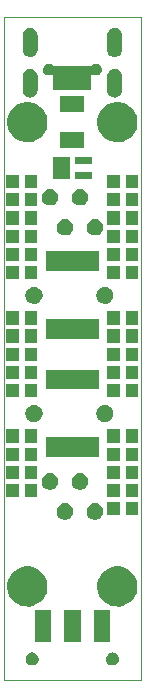
<source format=gbr>
G04 #@! TF.FileFunction,Soldermask,Top*
%FSLAX46Y46*%
G04 Gerber Fmt 4.6, Leading zero omitted, Abs format (unit mm)*
G04 Created by KiCad (PCBNEW (after 2015-mar-04 BZR unknown)-product) date 5/23/2015 12:04:12 AM*
%MOMM*%
G01*
G04 APERTURE LIST*
%ADD10C,0.100000*%
%ADD11C,0.050000*%
G04 APERTURE END LIST*
D10*
D11*
X1149600Y1307800D02*
X12769600Y1307800D01*
X12769600Y1307800D02*
X12769600Y57457500D01*
X1149600Y57457500D02*
X12769600Y57457500D01*
X1149600Y1307800D02*
X1149600Y57457500D01*
D10*
G36*
X2414600Y42977500D02*
X1374600Y42977500D01*
X1374600Y44107500D01*
X2414600Y44107500D01*
X2414600Y42977500D01*
X2414600Y42977500D01*
G37*
G36*
X2414600Y41407500D02*
X1374600Y41407500D01*
X1374600Y42537500D01*
X2414600Y42537500D01*
X2414600Y41407500D01*
X2414600Y41407500D01*
G37*
G36*
X2414600Y39867500D02*
X1374600Y39867500D01*
X1374600Y40997500D01*
X2414600Y40997500D01*
X2414600Y39867500D01*
X2414600Y39867500D01*
G37*
G36*
X2414600Y38327500D02*
X1374600Y38327500D01*
X1374600Y39457500D01*
X2414600Y39457500D01*
X2414600Y38327500D01*
X2414600Y38327500D01*
G37*
G36*
X2414600Y36787500D02*
X1374600Y36787500D01*
X1374600Y37917500D01*
X2414600Y37917500D01*
X2414600Y36787500D01*
X2414600Y36787500D01*
G37*
G36*
X2414600Y35247500D02*
X1374600Y35247500D01*
X1374600Y36377500D01*
X2414600Y36377500D01*
X2414600Y35247500D01*
X2414600Y35247500D01*
G37*
G36*
X2414600Y31407500D02*
X1374600Y31407500D01*
X1374600Y32537500D01*
X2414600Y32537500D01*
X2414600Y31407500D01*
X2414600Y31407500D01*
G37*
G36*
X2414600Y29867500D02*
X1374600Y29867500D01*
X1374600Y30997500D01*
X2414600Y30997500D01*
X2414600Y29867500D01*
X2414600Y29867500D01*
G37*
G36*
X2414600Y28327500D02*
X1374600Y28327500D01*
X1374600Y29457500D01*
X2414600Y29457500D01*
X2414600Y28327500D01*
X2414600Y28327500D01*
G37*
G36*
X2414600Y26787500D02*
X1374600Y26787500D01*
X1374600Y27917500D01*
X2414600Y27917500D01*
X2414600Y26787500D01*
X2414600Y26787500D01*
G37*
G36*
X2414600Y25247500D02*
X1374600Y25247500D01*
X1374600Y26377500D01*
X2414600Y26377500D01*
X2414600Y25247500D01*
X2414600Y25247500D01*
G37*
G36*
X2414600Y21407500D02*
X1374600Y21407500D01*
X1374600Y22537500D01*
X2414600Y22537500D01*
X2414600Y21407500D01*
X2414600Y21407500D01*
G37*
G36*
X2414600Y19867500D02*
X1374600Y19867500D01*
X1374600Y20997500D01*
X2414600Y20997500D01*
X2414600Y19867500D01*
X2414600Y19867500D01*
G37*
G36*
X2414600Y18327500D02*
X1374600Y18327500D01*
X1374600Y19457500D01*
X2414600Y19457500D01*
X2414600Y18327500D01*
X2414600Y18327500D01*
G37*
G36*
X2414600Y16787500D02*
X1374600Y16787500D01*
X1374600Y17917500D01*
X2414600Y17917500D01*
X2414600Y16787500D01*
X2414600Y16787500D01*
G37*
G36*
X4004600Y42977500D02*
X2964600Y42977500D01*
X2964600Y44107500D01*
X4004600Y44107500D01*
X4004600Y42977500D01*
X4004600Y42977500D01*
G37*
G36*
X4004600Y41407500D02*
X2964600Y41407500D01*
X2964600Y42537500D01*
X4004600Y42537500D01*
X4004600Y41407500D01*
X4004600Y41407500D01*
G37*
G36*
X4004600Y39867500D02*
X2964600Y39867500D01*
X2964600Y40997500D01*
X4004600Y40997500D01*
X4004600Y39867500D01*
X4004600Y39867500D01*
G37*
G36*
X4004600Y38327500D02*
X2964600Y38327500D01*
X2964600Y39457500D01*
X4004600Y39457500D01*
X4004600Y38327500D01*
X4004600Y38327500D01*
G37*
G36*
X4004600Y36787500D02*
X2964600Y36787500D01*
X2964600Y37917500D01*
X4004600Y37917500D01*
X4004600Y36787500D01*
X4004600Y36787500D01*
G37*
G36*
X4004600Y35247500D02*
X2964600Y35247500D01*
X2964600Y36377500D01*
X4004600Y36377500D01*
X4004600Y35247500D01*
X4004600Y35247500D01*
G37*
G36*
X4004600Y31407500D02*
X2964600Y31407500D01*
X2964600Y32537500D01*
X4004600Y32537500D01*
X4004600Y31407500D01*
X4004600Y31407500D01*
G37*
G36*
X4004600Y29867500D02*
X2964600Y29867500D01*
X2964600Y30997500D01*
X4004600Y30997500D01*
X4004600Y29867500D01*
X4004600Y29867500D01*
G37*
G36*
X4004600Y28327500D02*
X2964600Y28327500D01*
X2964600Y29457500D01*
X4004600Y29457500D01*
X4004600Y28327500D01*
X4004600Y28327500D01*
G37*
G36*
X4004600Y26787500D02*
X2964600Y26787500D01*
X2964600Y27917500D01*
X4004600Y27917500D01*
X4004600Y26787500D01*
X4004600Y26787500D01*
G37*
G36*
X4004600Y25247500D02*
X2964600Y25247500D01*
X2964600Y26377500D01*
X4004600Y26377500D01*
X4004600Y25247500D01*
X4004600Y25247500D01*
G37*
G36*
X4004600Y21407500D02*
X2964600Y21407500D01*
X2964600Y22537500D01*
X4004600Y22537500D01*
X4004600Y21407500D01*
X4004600Y21407500D01*
G37*
G36*
X4004600Y19867500D02*
X2964600Y19867500D01*
X2964600Y20997500D01*
X4004600Y20997500D01*
X4004600Y19867500D01*
X4004600Y19867500D01*
G37*
G36*
X4004600Y18327500D02*
X2964600Y18327500D01*
X2964600Y19457500D01*
X4004600Y19457500D01*
X4004600Y18327500D01*
X4004600Y18327500D01*
G37*
G36*
X4004600Y16787500D02*
X2964600Y16787500D01*
X2964600Y17917500D01*
X4004600Y17917500D01*
X4004600Y16787500D01*
X4004600Y16787500D01*
G37*
G36*
X4009600Y54701538D02*
X4009570Y54697319D01*
X4009553Y54694870D01*
X4009539Y54692847D01*
X3995942Y54571628D01*
X3959060Y54455359D01*
X3900296Y54348469D01*
X3821890Y54255028D01*
X3726827Y54178595D01*
X3618729Y54122083D01*
X3501713Y54087643D01*
X3501679Y54087640D01*
X3501666Y54087636D01*
X3380240Y54076585D01*
X3258974Y54089332D01*
X3258969Y54089334D01*
X3258926Y54089338D01*
X3142403Y54125409D01*
X3035104Y54183425D01*
X2941118Y54261177D01*
X2864024Y54355703D01*
X2806759Y54463404D01*
X2771503Y54580177D01*
X2759600Y54701573D01*
X2759600Y54703772D01*
X2759600Y55913427D01*
X2759600Y55913462D01*
X2759629Y55917682D01*
X2759661Y55922153D01*
X2773258Y56043372D01*
X2810140Y56159641D01*
X2868904Y56266531D01*
X2947310Y56359972D01*
X3042373Y56436405D01*
X3150471Y56492917D01*
X3267487Y56527357D01*
X3267520Y56527361D01*
X3267534Y56527364D01*
X3388960Y56538415D01*
X3510226Y56525668D01*
X3510230Y56525667D01*
X3510274Y56525662D01*
X3626797Y56489591D01*
X3734096Y56431575D01*
X3828082Y56353823D01*
X3905176Y56259297D01*
X3962441Y56151596D01*
X3997697Y56034823D01*
X4009600Y55913427D01*
X4009600Y55911228D01*
X4009600Y54701573D01*
X4009600Y54701538D01*
X4009600Y54701538D01*
G37*
G36*
X4009600Y51251538D02*
X4009570Y51247319D01*
X4009553Y51244870D01*
X4009539Y51242847D01*
X3995942Y51121628D01*
X3959060Y51005359D01*
X3900296Y50898469D01*
X3821890Y50805028D01*
X3726827Y50728595D01*
X3618729Y50672083D01*
X3501713Y50637643D01*
X3501679Y50637640D01*
X3501666Y50637636D01*
X3380240Y50626585D01*
X3258974Y50639332D01*
X3258969Y50639334D01*
X3258926Y50639338D01*
X3142403Y50675409D01*
X3035104Y50733425D01*
X2941118Y50811177D01*
X2864024Y50905703D01*
X2806759Y51013404D01*
X2771503Y51130177D01*
X2759600Y51251573D01*
X2759600Y51253772D01*
X2759600Y52463427D01*
X2759600Y52463462D01*
X2759629Y52467682D01*
X2759661Y52472153D01*
X2773258Y52593372D01*
X2810140Y52709641D01*
X2868904Y52816531D01*
X2947310Y52909972D01*
X3042373Y52986405D01*
X3150471Y53042917D01*
X3267487Y53077357D01*
X3267520Y53077361D01*
X3267534Y53077364D01*
X3388960Y53088415D01*
X3510226Y53075668D01*
X3510230Y53075667D01*
X3510274Y53075662D01*
X3626797Y53039591D01*
X3734096Y52981575D01*
X3828082Y52903823D01*
X3905176Y52809297D01*
X3962441Y52701596D01*
X3997697Y52584823D01*
X4009600Y52463427D01*
X4009600Y52461228D01*
X4009600Y51251573D01*
X4009600Y51251538D01*
X4009600Y51251538D01*
G37*
G36*
X4109623Y3161730D02*
X4107903Y3038533D01*
X4107827Y3038200D01*
X4107827Y3038188D01*
X4084009Y2933353D01*
X4040138Y2834817D01*
X3977965Y2746680D01*
X3899850Y2672293D01*
X3808784Y2614500D01*
X3708222Y2575494D01*
X3602002Y2556766D01*
X3494165Y2559024D01*
X3388816Y2582187D01*
X3289981Y2625367D01*
X3201406Y2686928D01*
X3126481Y2764515D01*
X3068052Y2855178D01*
X3028346Y2955463D01*
X3008874Y3061557D01*
X3010381Y3169406D01*
X3032805Y3274907D01*
X3075298Y3374048D01*
X3136236Y3463045D01*
X3213301Y3538513D01*
X3303553Y3597573D01*
X3403560Y3637978D01*
X3509507Y3658189D01*
X3617369Y3657435D01*
X3723028Y3635746D01*
X3822458Y3593950D01*
X3911883Y3533633D01*
X3987882Y3457100D01*
X4047575Y3367257D01*
X4088674Y3267541D01*
X4109558Y3162074D01*
X4109557Y3162060D01*
X4109623Y3161730D01*
X4109623Y3161730D01*
G37*
G36*
X4434631Y33963590D02*
X4432363Y33801194D01*
X4432287Y33800861D01*
X4432287Y33800848D01*
X4400867Y33662548D01*
X4343036Y33532659D01*
X4261080Y33416478D01*
X4158112Y33318424D01*
X4038070Y33242243D01*
X3905510Y33190825D01*
X3765493Y33166137D01*
X3623344Y33169114D01*
X3484474Y33199647D01*
X3354189Y33256567D01*
X3237439Y33337711D01*
X3138670Y33439989D01*
X3061652Y33559497D01*
X3009311Y33691693D01*
X2983644Y33831543D01*
X2985630Y33973707D01*
X3015190Y34112778D01*
X3071202Y34243463D01*
X3151529Y34360777D01*
X3253114Y34460257D01*
X3372084Y34538109D01*
X3503912Y34591371D01*
X3643570Y34618012D01*
X3785750Y34617019D01*
X3925028Y34588429D01*
X4056095Y34533333D01*
X4173972Y34453825D01*
X4274156Y34352939D01*
X4352836Y34234516D01*
X4407017Y34103064D01*
X4434565Y33963935D01*
X4434564Y33963925D01*
X4434631Y33963590D01*
X4434631Y33963590D01*
G37*
G36*
X4434631Y23963590D02*
X4432363Y23801194D01*
X4432287Y23800861D01*
X4432287Y23800848D01*
X4400867Y23662548D01*
X4343036Y23532659D01*
X4261080Y23416478D01*
X4158112Y23318424D01*
X4038070Y23242243D01*
X3905510Y23190825D01*
X3765493Y23166137D01*
X3623344Y23169114D01*
X3484474Y23199647D01*
X3354189Y23256567D01*
X3237439Y23337711D01*
X3138670Y23439989D01*
X3061652Y23559497D01*
X3009311Y23691693D01*
X2983644Y23831543D01*
X2985630Y23973707D01*
X3015190Y24112778D01*
X3071202Y24243463D01*
X3151529Y24360777D01*
X3253114Y24460257D01*
X3372084Y24538109D01*
X3503912Y24591371D01*
X3643570Y24618012D01*
X3785750Y24617019D01*
X3925028Y24588429D01*
X4056095Y24533333D01*
X4173972Y24453825D01*
X4274156Y24352939D01*
X4352836Y24234516D01*
X4407017Y24103064D01*
X4434565Y23963935D01*
X4434564Y23963925D01*
X4434631Y23963590D01*
X4434631Y23963590D01*
G37*
G36*
X4849673Y48709194D02*
X4844356Y48328403D01*
X4844280Y48328070D01*
X4844280Y48328057D01*
X4770498Y48003301D01*
X4634896Y47698735D01*
X4442722Y47426310D01*
X4201287Y47196395D01*
X3919803Y47017760D01*
X3608976Y46897197D01*
X3280656Y46839307D01*
X2947341Y46846288D01*
X2621725Y46917880D01*
X2316224Y47051349D01*
X2042464Y47241618D01*
X1810871Y47481440D01*
X1630275Y47761670D01*
X1507546Y48071647D01*
X1447362Y48399562D01*
X1452018Y48732916D01*
X1521332Y49059015D01*
X1652669Y49365445D01*
X1841021Y49640527D01*
X2079219Y49873789D01*
X2358185Y50056339D01*
X2667297Y50181228D01*
X2994776Y50243698D01*
X3328158Y50241370D01*
X3654738Y50174332D01*
X3962073Y50045141D01*
X4238465Y49858713D01*
X4473383Y49622148D01*
X4657877Y49344464D01*
X4784920Y49036234D01*
X4849608Y48709537D01*
X4849607Y48709524D01*
X4849673Y48709194D01*
X4849673Y48709194D01*
G37*
G36*
X4849673Y9409194D02*
X4844356Y9028403D01*
X4844280Y9028070D01*
X4844280Y9028057D01*
X4770498Y8703301D01*
X4634896Y8398735D01*
X4442722Y8126310D01*
X4201287Y7896395D01*
X3919803Y7717760D01*
X3608976Y7597197D01*
X3280656Y7539307D01*
X2947341Y7546288D01*
X2621725Y7617880D01*
X2316224Y7751349D01*
X2042464Y7941618D01*
X1810871Y8181440D01*
X1630275Y8461670D01*
X1507546Y8771647D01*
X1447362Y9099562D01*
X1452018Y9432916D01*
X1521332Y9759015D01*
X1652669Y10065445D01*
X1841021Y10340527D01*
X2079219Y10573789D01*
X2358185Y10756339D01*
X2667297Y10881228D01*
X2994776Y10943698D01*
X3328158Y10941370D01*
X3654738Y10874332D01*
X3962073Y10745141D01*
X4238465Y10558713D01*
X4473383Y10322148D01*
X4657877Y10044464D01*
X4784920Y9736234D01*
X4849608Y9409537D01*
X4849607Y9409524D01*
X4849673Y9409194D01*
X4849673Y9409194D01*
G37*
G36*
X5159600Y4507800D02*
X3759600Y4507800D01*
X3759600Y7207800D01*
X5159600Y7207800D01*
X5159600Y4507800D01*
X5159600Y4507800D01*
G37*
G36*
X5754630Y42261139D02*
X5752441Y42104342D01*
X5752364Y42104004D01*
X5752364Y42103996D01*
X5722030Y41970478D01*
X5666194Y41845067D01*
X5587063Y41732892D01*
X5487646Y41638219D01*
X5371743Y41564665D01*
X5243756Y41515022D01*
X5108565Y41491184D01*
X4971318Y41494058D01*
X4837240Y41523538D01*
X4711444Y41578497D01*
X4598720Y41656842D01*
X4503357Y41755593D01*
X4428995Y41870980D01*
X4378459Y41998618D01*
X4353678Y42133645D01*
X4355595Y42270908D01*
X4384135Y42405181D01*
X4438215Y42531358D01*
X4515777Y42644634D01*
X4613852Y42740678D01*
X4728723Y42815847D01*
X4856004Y42867272D01*
X4990847Y42892994D01*
X5128124Y42892036D01*
X5262599Y42864432D01*
X5389147Y42811236D01*
X5502959Y42734469D01*
X5599689Y42637062D01*
X5675655Y42522722D01*
X5727968Y42395804D01*
X5754564Y42261483D01*
X5754563Y42261474D01*
X5754630Y42261139D01*
X5754630Y42261139D01*
G37*
G36*
X5754630Y18201139D02*
X5752441Y18044342D01*
X5752364Y18044004D01*
X5752364Y18043996D01*
X5722030Y17910478D01*
X5666194Y17785067D01*
X5587063Y17672892D01*
X5487646Y17578219D01*
X5371743Y17504665D01*
X5243756Y17455022D01*
X5108565Y17431184D01*
X4971318Y17434058D01*
X4837240Y17463538D01*
X4711444Y17518497D01*
X4598720Y17596842D01*
X4503357Y17695593D01*
X4428995Y17810980D01*
X4378459Y17938618D01*
X4353678Y18073645D01*
X4355595Y18210908D01*
X4384135Y18345181D01*
X4438215Y18471358D01*
X4515777Y18584634D01*
X4613852Y18680678D01*
X4728723Y18755847D01*
X4856004Y18807272D01*
X4990847Y18832994D01*
X5128124Y18832036D01*
X5262599Y18804432D01*
X5389147Y18751236D01*
X5502959Y18674469D01*
X5599689Y18577062D01*
X5675655Y18462722D01*
X5727968Y18335804D01*
X5754564Y18201483D01*
X5754563Y18201474D01*
X5754630Y18201139D01*
X5754630Y18201139D01*
G37*
G36*
X6734600Y43692500D02*
X5304600Y43692500D01*
X5304600Y44292500D01*
X5304600Y44342500D01*
X5304600Y44942500D01*
X5304600Y44992500D01*
X5304600Y45592500D01*
X6734600Y45592500D01*
X6734600Y44992500D01*
X6734600Y44942500D01*
X6734600Y44342500D01*
X6734600Y44292500D01*
X6734600Y43692500D01*
X6734600Y43692500D01*
G37*
G36*
X7024630Y39721139D02*
X7022441Y39564342D01*
X7022364Y39564004D01*
X7022364Y39563996D01*
X6992030Y39430478D01*
X6936194Y39305067D01*
X6857063Y39192892D01*
X6757646Y39098219D01*
X6641743Y39024665D01*
X6513756Y38975022D01*
X6378565Y38951184D01*
X6241318Y38954058D01*
X6107240Y38983538D01*
X5981444Y39038497D01*
X5868720Y39116842D01*
X5773357Y39215593D01*
X5698995Y39330980D01*
X5648459Y39458618D01*
X5623678Y39593645D01*
X5625595Y39730908D01*
X5654135Y39865181D01*
X5708215Y39991358D01*
X5785777Y40104634D01*
X5883852Y40200678D01*
X5998723Y40275847D01*
X6126004Y40327272D01*
X6260847Y40352994D01*
X6398124Y40352036D01*
X6532599Y40324432D01*
X6659147Y40271236D01*
X6772959Y40194469D01*
X6869689Y40097062D01*
X6945655Y39982722D01*
X6997968Y39855804D01*
X7024564Y39721483D01*
X7024563Y39721474D01*
X7024630Y39721139D01*
X7024630Y39721139D01*
G37*
G36*
X7024630Y15661139D02*
X7022441Y15504342D01*
X7022364Y15504004D01*
X7022364Y15503996D01*
X6992030Y15370478D01*
X6936194Y15245067D01*
X6857063Y15132892D01*
X6757646Y15038219D01*
X6641743Y14964665D01*
X6513756Y14915022D01*
X6378565Y14891184D01*
X6241318Y14894058D01*
X6107240Y14923538D01*
X5981444Y14978497D01*
X5868720Y15056842D01*
X5773357Y15155593D01*
X5698995Y15270980D01*
X5648459Y15398618D01*
X5623678Y15533645D01*
X5625595Y15670908D01*
X5654135Y15805181D01*
X5708215Y15931358D01*
X5785777Y16044634D01*
X5883852Y16140678D01*
X5998723Y16215847D01*
X6126004Y16267272D01*
X6260847Y16292994D01*
X6398124Y16292036D01*
X6532599Y16264432D01*
X6659147Y16211236D01*
X6772959Y16134469D01*
X6869689Y16037062D01*
X6945655Y15922722D01*
X6997968Y15795804D01*
X7024564Y15661483D01*
X7024563Y15661474D01*
X7024630Y15661139D01*
X7024630Y15661139D01*
G37*
G36*
X7659600Y4507800D02*
X6259600Y4507800D01*
X6259600Y7207800D01*
X7659600Y7207800D01*
X7659600Y4507800D01*
X7659600Y4507800D01*
G37*
G36*
X7969600Y49377500D02*
X5949600Y49377500D01*
X5949600Y50747500D01*
X7969600Y50747500D01*
X7969600Y49377500D01*
X7969600Y49377500D01*
G37*
G36*
X7969600Y46337500D02*
X5949600Y46337500D01*
X5949600Y47707500D01*
X7969600Y47707500D01*
X7969600Y46337500D01*
X7969600Y46337500D01*
G37*
G36*
X8294630Y42261139D02*
X8292441Y42104342D01*
X8292364Y42104004D01*
X8292364Y42103996D01*
X8262030Y41970478D01*
X8206194Y41845067D01*
X8127063Y41732892D01*
X8027646Y41638219D01*
X7911743Y41564665D01*
X7783756Y41515022D01*
X7648565Y41491184D01*
X7511318Y41494058D01*
X7377240Y41523538D01*
X7251444Y41578497D01*
X7138720Y41656842D01*
X7043357Y41755593D01*
X6968995Y41870980D01*
X6918459Y41998618D01*
X6893678Y42133645D01*
X6895595Y42270908D01*
X6924135Y42405181D01*
X6978215Y42531358D01*
X7055777Y42644634D01*
X7153852Y42740678D01*
X7268723Y42815847D01*
X7396004Y42867272D01*
X7530847Y42892994D01*
X7668124Y42892036D01*
X7802599Y42864432D01*
X7929147Y42811236D01*
X8042959Y42734469D01*
X8139689Y42637062D01*
X8215655Y42522722D01*
X8267968Y42395804D01*
X8294564Y42261483D01*
X8294563Y42261474D01*
X8294630Y42261139D01*
X8294630Y42261139D01*
G37*
G36*
X8294630Y18201139D02*
X8292441Y18044342D01*
X8292364Y18044004D01*
X8292364Y18043996D01*
X8262030Y17910478D01*
X8206194Y17785067D01*
X8127063Y17672892D01*
X8027646Y17578219D01*
X7911743Y17504665D01*
X7783756Y17455022D01*
X7648565Y17431184D01*
X7511318Y17434058D01*
X7377240Y17463538D01*
X7251444Y17518497D01*
X7138720Y17596842D01*
X7043357Y17695593D01*
X6968995Y17810980D01*
X6918459Y17938618D01*
X6893678Y18073645D01*
X6895595Y18210908D01*
X6924135Y18345181D01*
X6978215Y18471358D01*
X7055777Y18584634D01*
X7153852Y18680678D01*
X7268723Y18755847D01*
X7396004Y18807272D01*
X7530847Y18832994D01*
X7668124Y18832036D01*
X7802599Y18804432D01*
X7929147Y18751236D01*
X8042959Y18674469D01*
X8139689Y18577062D01*
X8215655Y18462722D01*
X8267968Y18335804D01*
X8294564Y18201483D01*
X8294563Y18201474D01*
X8294630Y18201139D01*
X8294630Y18201139D01*
G37*
G36*
X8614600Y44992500D02*
X7184600Y44992500D01*
X7184600Y45592500D01*
X8614600Y45592500D01*
X8614600Y44992500D01*
X8614600Y44992500D01*
G37*
G36*
X8614600Y43692500D02*
X7184600Y43692500D01*
X7184600Y44292500D01*
X8614600Y44292500D01*
X8614600Y43692500D01*
X8614600Y43692500D01*
G37*
G36*
X9214600Y35927500D02*
X8604600Y35927500D01*
X8564600Y35927500D01*
X7954600Y35927500D01*
X7914600Y35927500D01*
X7304600Y35927500D01*
X7264600Y35927500D01*
X6654600Y35927500D01*
X6614600Y35927500D01*
X6004600Y35927500D01*
X5964600Y35927500D01*
X5354600Y35927500D01*
X5314600Y35927500D01*
X4704600Y35927500D01*
X4704600Y37597500D01*
X5314600Y37597500D01*
X5354600Y37597500D01*
X5964600Y37597500D01*
X6004600Y37597500D01*
X6614600Y37597500D01*
X6654600Y37597500D01*
X7264600Y37597500D01*
X7304600Y37597500D01*
X7914600Y37597500D01*
X7954600Y37597500D01*
X8564600Y37597500D01*
X8604600Y37597500D01*
X9214600Y37597500D01*
X9214600Y35927500D01*
X9214600Y35927500D01*
G37*
G36*
X9214600Y30187500D02*
X8604600Y30187500D01*
X8564600Y30187500D01*
X7954600Y30187500D01*
X7914600Y30187500D01*
X7304600Y30187500D01*
X7264600Y30187500D01*
X6654600Y30187500D01*
X6614600Y30187500D01*
X6004600Y30187500D01*
X5964600Y30187500D01*
X5354600Y30187500D01*
X5314600Y30187500D01*
X4704600Y30187500D01*
X4704600Y31857500D01*
X5314600Y31857500D01*
X5354600Y31857500D01*
X5964600Y31857500D01*
X6004600Y31857500D01*
X6614600Y31857500D01*
X6654600Y31857500D01*
X7264600Y31857500D01*
X7304600Y31857500D01*
X7914600Y31857500D01*
X7954600Y31857500D01*
X8564600Y31857500D01*
X8604600Y31857500D01*
X9214600Y31857500D01*
X9214600Y30187500D01*
X9214600Y30187500D01*
G37*
G36*
X9214600Y25927500D02*
X8604600Y25927500D01*
X8564600Y25927500D01*
X7954600Y25927500D01*
X7914600Y25927500D01*
X7304600Y25927500D01*
X7264600Y25927500D01*
X6654600Y25927500D01*
X6614600Y25927500D01*
X6004600Y25927500D01*
X5964600Y25927500D01*
X5354600Y25927500D01*
X5314600Y25927500D01*
X4704600Y25927500D01*
X4704600Y27597500D01*
X5314600Y27597500D01*
X5354600Y27597500D01*
X5964600Y27597500D01*
X6004600Y27597500D01*
X6614600Y27597500D01*
X6654600Y27597500D01*
X7264600Y27597500D01*
X7304600Y27597500D01*
X7914600Y27597500D01*
X7954600Y27597500D01*
X8564600Y27597500D01*
X8604600Y27597500D01*
X9214600Y27597500D01*
X9214600Y25927500D01*
X9214600Y25927500D01*
G37*
G36*
X9214600Y20187500D02*
X8604600Y20187500D01*
X8564600Y20187500D01*
X7954600Y20187500D01*
X7914600Y20187500D01*
X7304600Y20187500D01*
X7264600Y20187500D01*
X6654600Y20187500D01*
X6614600Y20187500D01*
X6004600Y20187500D01*
X5964600Y20187500D01*
X5354600Y20187500D01*
X5314600Y20187500D01*
X4704600Y20187500D01*
X4704600Y21857500D01*
X5314600Y21857500D01*
X5354600Y21857500D01*
X5964600Y21857500D01*
X6004600Y21857500D01*
X6614600Y21857500D01*
X6654600Y21857500D01*
X7264600Y21857500D01*
X7304600Y21857500D01*
X7914600Y21857500D01*
X7954600Y21857500D01*
X8564600Y21857500D01*
X8604600Y21857500D01*
X9214600Y21857500D01*
X9214600Y20187500D01*
X9214600Y20187500D01*
G37*
G36*
X9459621Y53056528D02*
X9458057Y52944530D01*
X9457981Y52944197D01*
X9457981Y52944184D01*
X9436337Y52848913D01*
X9396452Y52759332D01*
X9339934Y52679211D01*
X9268921Y52611587D01*
X9186127Y52559045D01*
X9094710Y52523587D01*
X8998147Y52506560D01*
X8900114Y52508613D01*
X8804341Y52529670D01*
X8714488Y52568926D01*
X8638136Y52621992D01*
X8619909Y52629861D01*
X8600057Y52630016D01*
X8581709Y52622433D01*
X8567759Y52608309D01*
X8559600Y52580935D01*
X8559600Y51257500D01*
X7959600Y51257500D01*
X7909600Y51257500D01*
X7309600Y51257500D01*
X7259600Y51257500D01*
X6659600Y51257500D01*
X6609600Y51257500D01*
X6009600Y51257500D01*
X5959600Y51257500D01*
X5359600Y51257500D01*
X5359600Y52581280D01*
X5355659Y52600737D01*
X5344456Y52617127D01*
X5327759Y52627866D01*
X5308198Y52631260D01*
X5288859Y52626775D01*
X5275119Y52617488D01*
X5268924Y52611589D01*
X5268920Y52611588D01*
X5186127Y52559045D01*
X5094710Y52523587D01*
X4998147Y52506560D01*
X4900114Y52508613D01*
X4804341Y52529670D01*
X4714489Y52568926D01*
X4633970Y52624887D01*
X4565854Y52695424D01*
X4512739Y52777842D01*
X4476642Y52869012D01*
X4458940Y52965462D01*
X4460310Y53063505D01*
X4480696Y53159415D01*
X4519325Y53249543D01*
X4574723Y53330450D01*
X4644783Y53399058D01*
X4726830Y53452748D01*
X4817746Y53489480D01*
X4914061Y53507853D01*
X5012117Y53507168D01*
X5108171Y53487451D01*
X5198565Y53449453D01*
X5279852Y53394625D01*
X5351705Y53322268D01*
X5368212Y53311239D01*
X5387184Y53307500D01*
X5959600Y53307500D01*
X6009600Y53307500D01*
X6609600Y53307500D01*
X6659600Y53307500D01*
X7259600Y53307500D01*
X7309600Y53307500D01*
X7909600Y53307500D01*
X7959600Y53307500D01*
X8532646Y53307500D01*
X8552103Y53311441D01*
X8571198Y53327042D01*
X8571220Y53327020D01*
X8571469Y53327263D01*
X8573900Y53329250D01*
X8574720Y53330447D01*
X8644783Y53399058D01*
X8726830Y53452748D01*
X8817746Y53489480D01*
X8914061Y53507853D01*
X9012117Y53507168D01*
X9108171Y53487451D01*
X9198565Y53449453D01*
X9279855Y53394623D01*
X9348948Y53325046D01*
X9403214Y53243370D01*
X9440576Y53152720D01*
X9440576Y53152715D01*
X9459555Y53056871D01*
X9459554Y53056862D01*
X9459621Y53056528D01*
X9459621Y53056528D01*
G37*
G36*
X9564630Y39721139D02*
X9562441Y39564342D01*
X9562364Y39564004D01*
X9562364Y39563996D01*
X9532030Y39430478D01*
X9476194Y39305067D01*
X9397063Y39192892D01*
X9297646Y39098219D01*
X9181743Y39024665D01*
X9053756Y38975022D01*
X8918565Y38951184D01*
X8781318Y38954058D01*
X8647240Y38983538D01*
X8521444Y39038497D01*
X8408720Y39116842D01*
X8313357Y39215593D01*
X8238995Y39330980D01*
X8188459Y39458618D01*
X8163678Y39593645D01*
X8165595Y39730908D01*
X8194135Y39865181D01*
X8248215Y39991358D01*
X8325777Y40104634D01*
X8423852Y40200678D01*
X8538723Y40275847D01*
X8666004Y40327272D01*
X8800847Y40352994D01*
X8938124Y40352036D01*
X9072599Y40324432D01*
X9199147Y40271236D01*
X9312959Y40194469D01*
X9409689Y40097062D01*
X9485655Y39982722D01*
X9537968Y39855804D01*
X9564564Y39721483D01*
X9564563Y39721474D01*
X9564630Y39721139D01*
X9564630Y39721139D01*
G37*
G36*
X9564630Y15661139D02*
X9562441Y15504342D01*
X9562364Y15504004D01*
X9562364Y15503996D01*
X9532030Y15370478D01*
X9476194Y15245067D01*
X9397063Y15132892D01*
X9297646Y15038219D01*
X9181743Y14964665D01*
X9053756Y14915022D01*
X8918565Y14891184D01*
X8781318Y14894058D01*
X8647240Y14923538D01*
X8521444Y14978497D01*
X8408720Y15056842D01*
X8313357Y15155593D01*
X8238995Y15270980D01*
X8188459Y15398618D01*
X8163678Y15533645D01*
X8165595Y15670908D01*
X8194135Y15805181D01*
X8248215Y15931358D01*
X8325777Y16044634D01*
X8423852Y16140678D01*
X8538723Y16215847D01*
X8666004Y16267272D01*
X8800847Y16292994D01*
X8938124Y16292036D01*
X9072599Y16264432D01*
X9199147Y16211236D01*
X9312959Y16134469D01*
X9409689Y16037062D01*
X9485655Y15922722D01*
X9537968Y15795804D01*
X9564564Y15661483D01*
X9564563Y15661474D01*
X9564630Y15661139D01*
X9564630Y15661139D01*
G37*
G36*
X10159600Y4507800D02*
X8759600Y4507800D01*
X8759600Y7207800D01*
X10159600Y7207800D01*
X10159600Y4507800D01*
X10159600Y4507800D01*
G37*
G36*
X10434631Y33963590D02*
X10432363Y33801194D01*
X10432287Y33800861D01*
X10432287Y33800848D01*
X10400867Y33662548D01*
X10343036Y33532659D01*
X10261080Y33416478D01*
X10158112Y33318424D01*
X10038070Y33242243D01*
X9905510Y33190825D01*
X9765493Y33166137D01*
X9623344Y33169114D01*
X9484474Y33199647D01*
X9354189Y33256567D01*
X9237439Y33337711D01*
X9138670Y33439989D01*
X9061652Y33559497D01*
X9009311Y33691693D01*
X8983644Y33831543D01*
X8985630Y33973707D01*
X9015190Y34112778D01*
X9071202Y34243463D01*
X9151529Y34360777D01*
X9253114Y34460257D01*
X9372084Y34538109D01*
X9503912Y34591371D01*
X9643570Y34618012D01*
X9785750Y34617019D01*
X9925028Y34588429D01*
X10056095Y34533333D01*
X10173972Y34453825D01*
X10274156Y34352939D01*
X10352836Y34234516D01*
X10407017Y34103064D01*
X10434565Y33963935D01*
X10434564Y33963925D01*
X10434631Y33963590D01*
X10434631Y33963590D01*
G37*
G36*
X10434631Y23963590D02*
X10432363Y23801194D01*
X10432287Y23800861D01*
X10432287Y23800848D01*
X10400867Y23662548D01*
X10343036Y23532659D01*
X10261080Y23416478D01*
X10158112Y23318424D01*
X10038070Y23242243D01*
X9905510Y23190825D01*
X9765493Y23166137D01*
X9623344Y23169114D01*
X9484474Y23199647D01*
X9354189Y23256567D01*
X9237439Y23337711D01*
X9138670Y23439989D01*
X9061652Y23559497D01*
X9009311Y23691693D01*
X8983644Y23831543D01*
X8985630Y23973707D01*
X9015190Y24112778D01*
X9071202Y24243463D01*
X9151529Y24360777D01*
X9253114Y24460257D01*
X9372084Y24538109D01*
X9503912Y24591371D01*
X9643570Y24618012D01*
X9785750Y24617019D01*
X9925028Y24588429D01*
X10056095Y24533333D01*
X10173972Y24453825D01*
X10274156Y24352939D01*
X10352836Y24234516D01*
X10407017Y24103064D01*
X10434565Y23963935D01*
X10434564Y23963925D01*
X10434631Y23963590D01*
X10434631Y23963590D01*
G37*
G36*
X10909623Y3161730D02*
X10907903Y3038533D01*
X10907827Y3038200D01*
X10907827Y3038188D01*
X10884009Y2933353D01*
X10840138Y2834817D01*
X10777965Y2746680D01*
X10699850Y2672293D01*
X10608784Y2614500D01*
X10508222Y2575494D01*
X10402002Y2556766D01*
X10294165Y2559024D01*
X10188816Y2582187D01*
X10089981Y2625367D01*
X10001406Y2686928D01*
X9926481Y2764515D01*
X9868052Y2855178D01*
X9828346Y2955463D01*
X9808874Y3061557D01*
X9810381Y3169406D01*
X9832805Y3274907D01*
X9875298Y3374048D01*
X9936236Y3463045D01*
X10013301Y3538513D01*
X10103553Y3597573D01*
X10203560Y3637978D01*
X10309507Y3658189D01*
X10417369Y3657435D01*
X10523028Y3635746D01*
X10622458Y3593950D01*
X10711883Y3533633D01*
X10787882Y3457100D01*
X10847575Y3367257D01*
X10888674Y3267541D01*
X10909558Y3162074D01*
X10909557Y3162060D01*
X10909623Y3161730D01*
X10909623Y3161730D01*
G37*
G36*
X10954600Y42977500D02*
X9914600Y42977500D01*
X9914600Y44107500D01*
X10954600Y44107500D01*
X10954600Y42977500D01*
X10954600Y42977500D01*
G37*
G36*
X10954600Y41407500D02*
X9914600Y41407500D01*
X9914600Y42537500D01*
X10954600Y42537500D01*
X10954600Y41407500D01*
X10954600Y41407500D01*
G37*
G36*
X10954600Y39867500D02*
X9914600Y39867500D01*
X9914600Y40997500D01*
X10954600Y40997500D01*
X10954600Y39867500D01*
X10954600Y39867500D01*
G37*
G36*
X10954600Y38327500D02*
X9914600Y38327500D01*
X9914600Y39457500D01*
X10954600Y39457500D01*
X10954600Y38327500D01*
X10954600Y38327500D01*
G37*
G36*
X10954600Y36787500D02*
X9914600Y36787500D01*
X9914600Y37917500D01*
X10954600Y37917500D01*
X10954600Y36787500D01*
X10954600Y36787500D01*
G37*
G36*
X10954600Y35247500D02*
X9914600Y35247500D01*
X9914600Y36377500D01*
X10954600Y36377500D01*
X10954600Y35247500D01*
X10954600Y35247500D01*
G37*
G36*
X10954600Y31407500D02*
X9914600Y31407500D01*
X9914600Y32537500D01*
X10954600Y32537500D01*
X10954600Y31407500D01*
X10954600Y31407500D01*
G37*
G36*
X10954600Y29867500D02*
X9914600Y29867500D01*
X9914600Y30997500D01*
X10954600Y30997500D01*
X10954600Y29867500D01*
X10954600Y29867500D01*
G37*
G36*
X10954600Y28327500D02*
X9914600Y28327500D01*
X9914600Y29457500D01*
X10954600Y29457500D01*
X10954600Y28327500D01*
X10954600Y28327500D01*
G37*
G36*
X10954600Y26787500D02*
X9914600Y26787500D01*
X9914600Y27917500D01*
X10954600Y27917500D01*
X10954600Y26787500D01*
X10954600Y26787500D01*
G37*
G36*
X10954600Y25247500D02*
X9914600Y25247500D01*
X9914600Y26377500D01*
X10954600Y26377500D01*
X10954600Y25247500D01*
X10954600Y25247500D01*
G37*
G36*
X10954600Y21407500D02*
X9914600Y21407500D01*
X9914600Y22537500D01*
X10954600Y22537500D01*
X10954600Y21407500D01*
X10954600Y21407500D01*
G37*
G36*
X10954600Y19867500D02*
X9914600Y19867500D01*
X9914600Y20997500D01*
X10954600Y20997500D01*
X10954600Y19867500D01*
X10954600Y19867500D01*
G37*
G36*
X10954600Y18327500D02*
X9914600Y18327500D01*
X9914600Y19457500D01*
X10954600Y19457500D01*
X10954600Y18327500D01*
X10954600Y18327500D01*
G37*
G36*
X10954600Y16787500D02*
X9914600Y16787500D01*
X9914600Y17917500D01*
X10954600Y17917500D01*
X10954600Y16787500D01*
X10954600Y16787500D01*
G37*
G36*
X10954600Y15247500D02*
X9914600Y15247500D01*
X9914600Y16377500D01*
X10954600Y16377500D01*
X10954600Y15247500D01*
X10954600Y15247500D01*
G37*
G36*
X11159600Y54701538D02*
X11159570Y54697319D01*
X11159553Y54694870D01*
X11159539Y54692847D01*
X11145942Y54571628D01*
X11109060Y54455359D01*
X11050296Y54348469D01*
X10971890Y54255028D01*
X10876827Y54178595D01*
X10768729Y54122083D01*
X10651713Y54087643D01*
X10651679Y54087640D01*
X10651666Y54087636D01*
X10530240Y54076585D01*
X10408974Y54089332D01*
X10408969Y54089334D01*
X10408926Y54089338D01*
X10292403Y54125409D01*
X10185104Y54183425D01*
X10091118Y54261177D01*
X10014024Y54355703D01*
X9956759Y54463404D01*
X9921503Y54580177D01*
X9909600Y54701573D01*
X9909600Y54703772D01*
X9909600Y55913427D01*
X9909600Y55913462D01*
X9909629Y55917682D01*
X9909661Y55922153D01*
X9923258Y56043372D01*
X9960140Y56159641D01*
X10018904Y56266531D01*
X10097310Y56359972D01*
X10192373Y56436405D01*
X10300471Y56492917D01*
X10417487Y56527357D01*
X10417520Y56527361D01*
X10417534Y56527364D01*
X10538960Y56538415D01*
X10660226Y56525668D01*
X10660230Y56525667D01*
X10660274Y56525662D01*
X10776797Y56489591D01*
X10884096Y56431575D01*
X10978082Y56353823D01*
X11055176Y56259297D01*
X11112441Y56151596D01*
X11147697Y56034823D01*
X11159600Y55913427D01*
X11159600Y55911228D01*
X11159600Y54701573D01*
X11159600Y54701538D01*
X11159600Y54701538D01*
G37*
G36*
X11159600Y51251538D02*
X11159570Y51247319D01*
X11159553Y51244870D01*
X11159539Y51242847D01*
X11145942Y51121628D01*
X11109060Y51005359D01*
X11050296Y50898469D01*
X10971890Y50805028D01*
X10876827Y50728595D01*
X10768729Y50672083D01*
X10651713Y50637643D01*
X10651679Y50637640D01*
X10651666Y50637636D01*
X10530240Y50626585D01*
X10408974Y50639332D01*
X10408969Y50639334D01*
X10408926Y50639338D01*
X10292403Y50675409D01*
X10185104Y50733425D01*
X10091118Y50811177D01*
X10014024Y50905703D01*
X9956759Y51013404D01*
X9921503Y51130177D01*
X9909600Y51251573D01*
X9909600Y51253772D01*
X9909600Y52463427D01*
X9909600Y52463462D01*
X9909629Y52467682D01*
X9909661Y52472153D01*
X9923258Y52593372D01*
X9960140Y52709641D01*
X10018904Y52816531D01*
X10097310Y52909972D01*
X10192373Y52986405D01*
X10300471Y53042917D01*
X10417487Y53077357D01*
X10417520Y53077361D01*
X10417534Y53077364D01*
X10538960Y53088415D01*
X10660226Y53075668D01*
X10660230Y53075667D01*
X10660274Y53075662D01*
X10776797Y53039591D01*
X10884096Y52981575D01*
X10978082Y52903823D01*
X11055176Y52809297D01*
X11112441Y52701596D01*
X11147697Y52584823D01*
X11159600Y52463427D01*
X11159600Y52461228D01*
X11159600Y51251573D01*
X11159600Y51251538D01*
X11159600Y51251538D01*
G37*
G36*
X12469673Y48709194D02*
X12464356Y48328403D01*
X12464280Y48328070D01*
X12464280Y48328057D01*
X12390498Y48003301D01*
X12254896Y47698735D01*
X12062722Y47426310D01*
X11821287Y47196395D01*
X11539803Y47017760D01*
X11228976Y46897197D01*
X10900656Y46839307D01*
X10567341Y46846288D01*
X10241725Y46917880D01*
X9936224Y47051349D01*
X9662464Y47241618D01*
X9430871Y47481440D01*
X9250275Y47761670D01*
X9127546Y48071647D01*
X9067362Y48399562D01*
X9072018Y48732916D01*
X9141332Y49059015D01*
X9272669Y49365445D01*
X9461021Y49640527D01*
X9699219Y49873789D01*
X9978185Y50056339D01*
X10287297Y50181228D01*
X10614776Y50243698D01*
X10948158Y50241370D01*
X11274738Y50174332D01*
X11582073Y50045141D01*
X11858465Y49858713D01*
X12093383Y49622148D01*
X12277877Y49344464D01*
X12404920Y49036234D01*
X12469608Y48709537D01*
X12469607Y48709524D01*
X12469673Y48709194D01*
X12469673Y48709194D01*
G37*
G36*
X12469673Y9409194D02*
X12464356Y9028403D01*
X12464280Y9028070D01*
X12464280Y9028057D01*
X12390498Y8703301D01*
X12254896Y8398735D01*
X12062722Y8126310D01*
X11821287Y7896395D01*
X11539803Y7717760D01*
X11228976Y7597197D01*
X10900656Y7539307D01*
X10567341Y7546288D01*
X10241725Y7617880D01*
X9936224Y7751349D01*
X9662464Y7941618D01*
X9430871Y8181440D01*
X9250275Y8461670D01*
X9127546Y8771647D01*
X9067362Y9099562D01*
X9072018Y9432916D01*
X9141332Y9759015D01*
X9272669Y10065445D01*
X9461021Y10340527D01*
X9699219Y10573789D01*
X9978185Y10756339D01*
X10287297Y10881228D01*
X10614776Y10943698D01*
X10948158Y10941370D01*
X11274738Y10874332D01*
X11582073Y10745141D01*
X11858465Y10558713D01*
X12093383Y10322148D01*
X12277877Y10044464D01*
X12404920Y9736234D01*
X12469608Y9409537D01*
X12469607Y9409524D01*
X12469673Y9409194D01*
X12469673Y9409194D01*
G37*
G36*
X12544600Y42977500D02*
X11504600Y42977500D01*
X11504600Y44107500D01*
X12544600Y44107500D01*
X12544600Y42977500D01*
X12544600Y42977500D01*
G37*
G36*
X12544600Y41407500D02*
X11504600Y41407500D01*
X11504600Y42537500D01*
X12544600Y42537500D01*
X12544600Y41407500D01*
X12544600Y41407500D01*
G37*
G36*
X12544600Y39867500D02*
X11504600Y39867500D01*
X11504600Y40997500D01*
X12544600Y40997500D01*
X12544600Y39867500D01*
X12544600Y39867500D01*
G37*
G36*
X12544600Y38327500D02*
X11504600Y38327500D01*
X11504600Y39457500D01*
X12544600Y39457500D01*
X12544600Y38327500D01*
X12544600Y38327500D01*
G37*
G36*
X12544600Y36787500D02*
X11504600Y36787500D01*
X11504600Y37917500D01*
X12544600Y37917500D01*
X12544600Y36787500D01*
X12544600Y36787500D01*
G37*
G36*
X12544600Y35247500D02*
X11504600Y35247500D01*
X11504600Y36377500D01*
X12544600Y36377500D01*
X12544600Y35247500D01*
X12544600Y35247500D01*
G37*
G36*
X12544600Y31407500D02*
X11504600Y31407500D01*
X11504600Y32537500D01*
X12544600Y32537500D01*
X12544600Y31407500D01*
X12544600Y31407500D01*
G37*
G36*
X12544600Y29867500D02*
X11504600Y29867500D01*
X11504600Y30997500D01*
X12544600Y30997500D01*
X12544600Y29867500D01*
X12544600Y29867500D01*
G37*
G36*
X12544600Y28327500D02*
X11504600Y28327500D01*
X11504600Y29457500D01*
X12544600Y29457500D01*
X12544600Y28327500D01*
X12544600Y28327500D01*
G37*
G36*
X12544600Y26787500D02*
X11504600Y26787500D01*
X11504600Y27917500D01*
X12544600Y27917500D01*
X12544600Y26787500D01*
X12544600Y26787500D01*
G37*
G36*
X12544600Y25247500D02*
X11504600Y25247500D01*
X11504600Y26377500D01*
X12544600Y26377500D01*
X12544600Y25247500D01*
X12544600Y25247500D01*
G37*
G36*
X12544600Y21407500D02*
X11504600Y21407500D01*
X11504600Y22537500D01*
X12544600Y22537500D01*
X12544600Y21407500D01*
X12544600Y21407500D01*
G37*
G36*
X12544600Y19867500D02*
X11504600Y19867500D01*
X11504600Y20997500D01*
X12544600Y20997500D01*
X12544600Y19867500D01*
X12544600Y19867500D01*
G37*
G36*
X12544600Y18327500D02*
X11504600Y18327500D01*
X11504600Y19457500D01*
X12544600Y19457500D01*
X12544600Y18327500D01*
X12544600Y18327500D01*
G37*
G36*
X12544600Y16787500D02*
X11504600Y16787500D01*
X11504600Y17917500D01*
X12544600Y17917500D01*
X12544600Y16787500D01*
X12544600Y16787500D01*
G37*
G36*
X12544600Y15247500D02*
X11504600Y15247500D01*
X11504600Y16377500D01*
X12544600Y16377500D01*
X12544600Y15247500D01*
X12544600Y15247500D01*
G37*
M02*

</source>
